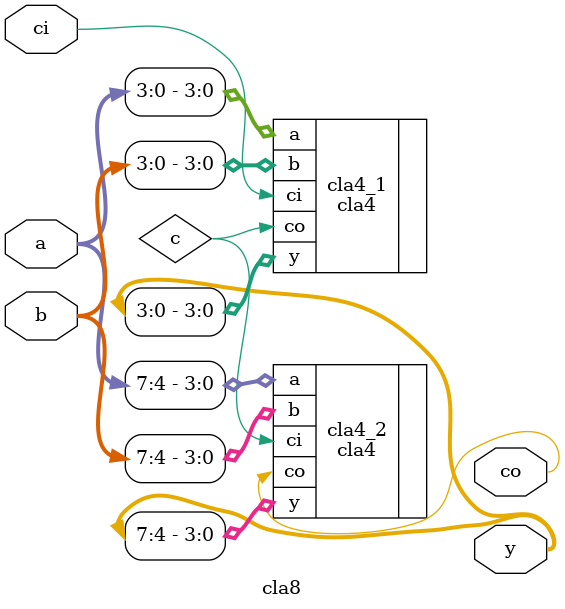
<source format=v>
module cla8 (a, b, ci, co, y);
    input[7:0] a, b;
    input ci;

    output[7:0] y;
    output co;

    wire c;
    
    cla4 cla4_1(.a(a[3:0]), .b(b[3:0]), .ci(ci), .co(c), .y(y[3:0]));
    cla4 cla4_2(.a(a[7:4]), .b(b[7:4]), .ci(c), .co(co), .y(y[7:4]));
    
endmodule
</source>
